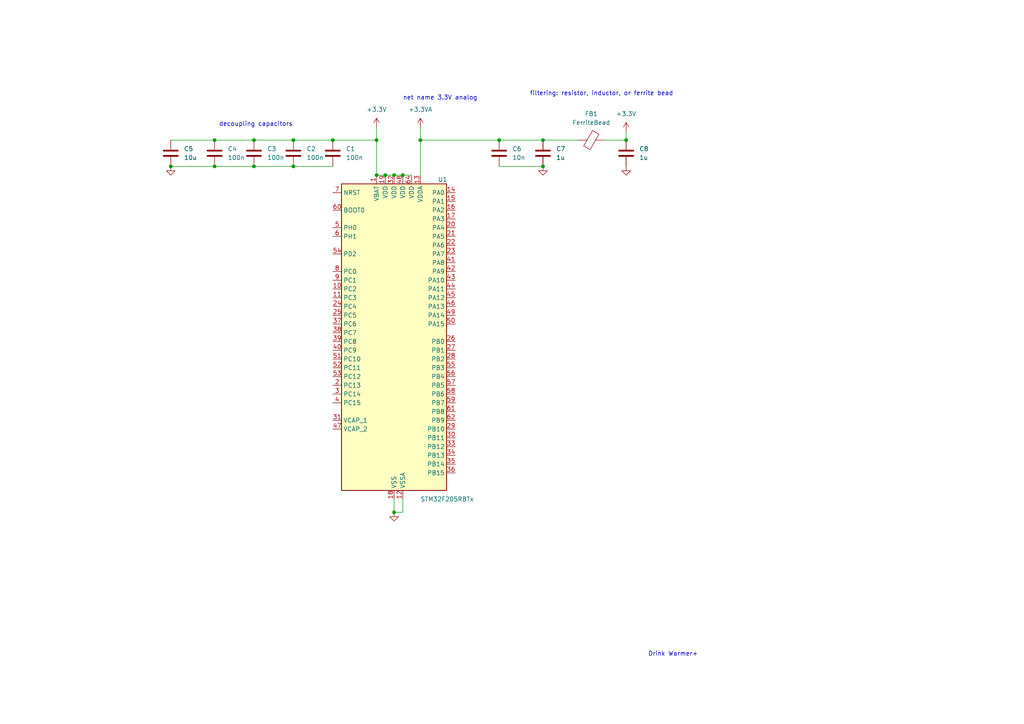
<source format=kicad_sch>
(kicad_sch (version 20230121) (generator eeschema)

  (uuid 2551367a-9b18-476a-8416-5b0fd930d26c)

  (paper "A4")

  (lib_symbols
    (symbol "Device:C" (pin_numbers hide) (pin_names (offset 0.254)) (in_bom yes) (on_board yes)
      (property "Reference" "C" (at 0.635 2.54 0)
        (effects (font (size 1.27 1.27)) (justify left))
      )
      (property "Value" "C" (at 0.635 -2.54 0)
        (effects (font (size 1.27 1.27)) (justify left))
      )
      (property "Footprint" "" (at 0.9652 -3.81 0)
        (effects (font (size 1.27 1.27)) hide)
      )
      (property "Datasheet" "~" (at 0 0 0)
        (effects (font (size 1.27 1.27)) hide)
      )
      (property "ki_keywords" "cap capacitor" (at 0 0 0)
        (effects (font (size 1.27 1.27)) hide)
      )
      (property "ki_description" "Unpolarized capacitor" (at 0 0 0)
        (effects (font (size 1.27 1.27)) hide)
      )
      (property "ki_fp_filters" "C_*" (at 0 0 0)
        (effects (font (size 1.27 1.27)) hide)
      )
      (symbol "C_0_1"
        (polyline
          (pts
            (xy -2.032 -0.762)
            (xy 2.032 -0.762)
          )
          (stroke (width 0.508) (type default))
          (fill (type none))
        )
        (polyline
          (pts
            (xy -2.032 0.762)
            (xy 2.032 0.762)
          )
          (stroke (width 0.508) (type default))
          (fill (type none))
        )
      )
      (symbol "C_1_1"
        (pin passive line (at 0 3.81 270) (length 2.794)
          (name "~" (effects (font (size 1.27 1.27))))
          (number "1" (effects (font (size 1.27 1.27))))
        )
        (pin passive line (at 0 -3.81 90) (length 2.794)
          (name "~" (effects (font (size 1.27 1.27))))
          (number "2" (effects (font (size 1.27 1.27))))
        )
      )
    )
    (symbol "Device:FerriteBead" (pin_numbers hide) (pin_names (offset 0)) (in_bom yes) (on_board yes)
      (property "Reference" "FB" (at -3.81 0.635 90)
        (effects (font (size 1.27 1.27)))
      )
      (property "Value" "FerriteBead" (at 3.81 0 90)
        (effects (font (size 1.27 1.27)))
      )
      (property "Footprint" "" (at -1.778 0 90)
        (effects (font (size 1.27 1.27)) hide)
      )
      (property "Datasheet" "~" (at 0 0 0)
        (effects (font (size 1.27 1.27)) hide)
      )
      (property "ki_keywords" "L ferrite bead inductor filter" (at 0 0 0)
        (effects (font (size 1.27 1.27)) hide)
      )
      (property "ki_description" "Ferrite bead" (at 0 0 0)
        (effects (font (size 1.27 1.27)) hide)
      )
      (property "ki_fp_filters" "Inductor_* L_* *Ferrite*" (at 0 0 0)
        (effects (font (size 1.27 1.27)) hide)
      )
      (symbol "FerriteBead_0_1"
        (polyline
          (pts
            (xy 0 -1.27)
            (xy 0 -1.2192)
          )
          (stroke (width 0) (type default))
          (fill (type none))
        )
        (polyline
          (pts
            (xy 0 1.27)
            (xy 0 1.2954)
          )
          (stroke (width 0) (type default))
          (fill (type none))
        )
        (polyline
          (pts
            (xy -2.7686 0.4064)
            (xy -1.7018 2.2606)
            (xy 2.7686 -0.3048)
            (xy 1.6764 -2.159)
            (xy -2.7686 0.4064)
          )
          (stroke (width 0) (type default))
          (fill (type none))
        )
      )
      (symbol "FerriteBead_1_1"
        (pin passive line (at 0 3.81 270) (length 2.54)
          (name "~" (effects (font (size 1.27 1.27))))
          (number "1" (effects (font (size 1.27 1.27))))
        )
        (pin passive line (at 0 -3.81 90) (length 2.54)
          (name "~" (effects (font (size 1.27 1.27))))
          (number "2" (effects (font (size 1.27 1.27))))
        )
      )
    )
    (symbol "MCU_ST_STM32F2:STM32F205RBTx" (in_bom yes) (on_board yes)
      (property "Reference" "U" (at -15.24 46.99 0)
        (effects (font (size 1.27 1.27)) (justify left))
      )
      (property "Value" "STM32F205RBTx" (at 10.16 46.99 0)
        (effects (font (size 1.27 1.27)) (justify left))
      )
      (property "Footprint" "Package_QFP:LQFP-64_10x10mm_P0.5mm" (at -15.24 -43.18 0)
        (effects (font (size 1.27 1.27)) (justify right) hide)
      )
      (property "Datasheet" "https://www.st.com/resource/en/datasheet/stm32f205rb.pdf" (at 0 0 0)
        (effects (font (size 1.27 1.27)) hide)
      )
      (property "ki_locked" "" (at 0 0 0)
        (effects (font (size 1.27 1.27)))
      )
      (property "ki_keywords" "Arm Cortex-M3 STM32F2 STM32F2x5" (at 0 0 0)
        (effects (font (size 1.27 1.27)) hide)
      )
      (property "ki_description" "STMicroelectronics Arm Cortex-M3 MCU, 128KB flash, 64KB RAM, 120 MHz, 1.8-3.6V, 51 GPIO, LQFP64" (at 0 0 0)
        (effects (font (size 1.27 1.27)) hide)
      )
      (property "ki_fp_filters" "LQFP*10x10mm*P0.5mm*" (at 0 0 0)
        (effects (font (size 1.27 1.27)) hide)
      )
      (symbol "STM32F205RBTx_0_1"
        (rectangle (start -15.24 -43.18) (end 15.24 45.72)
          (stroke (width 0.254) (type default))
          (fill (type background))
        )
      )
      (symbol "STM32F205RBTx_1_1"
        (pin power_in line (at -5.08 48.26 270) (length 2.54)
          (name "VBAT" (effects (font (size 1.27 1.27))))
          (number "1" (effects (font (size 1.27 1.27))))
        )
        (pin bidirectional line (at -17.78 15.24 0) (length 2.54)
          (name "PC2" (effects (font (size 1.27 1.27))))
          (number "10" (effects (font (size 1.27 1.27))))
          (alternate "ADC1_IN12" bidirectional line)
          (alternate "ADC2_IN12" bidirectional line)
          (alternate "ADC3_IN12" bidirectional line)
          (alternate "SPI2_MISO" bidirectional line)
          (alternate "USB_OTG_HS_ULPI_DIR" bidirectional line)
        )
        (pin bidirectional line (at -17.78 12.7 0) (length 2.54)
          (name "PC3" (effects (font (size 1.27 1.27))))
          (number "11" (effects (font (size 1.27 1.27))))
          (alternate "ADC1_IN13" bidirectional line)
          (alternate "ADC2_IN13" bidirectional line)
          (alternate "ADC3_IN13" bidirectional line)
          (alternate "I2S2_SD" bidirectional line)
          (alternate "SPI2_MOSI" bidirectional line)
          (alternate "USB_OTG_HS_ULPI_NXT" bidirectional line)
        )
        (pin power_in line (at 2.54 -45.72 90) (length 2.54)
          (name "VSSA" (effects (font (size 1.27 1.27))))
          (number "12" (effects (font (size 1.27 1.27))))
        )
        (pin power_in line (at 7.62 48.26 270) (length 2.54)
          (name "VDDA" (effects (font (size 1.27 1.27))))
          (number "13" (effects (font (size 1.27 1.27))))
        )
        (pin bidirectional line (at 17.78 43.18 180) (length 2.54)
          (name "PA0" (effects (font (size 1.27 1.27))))
          (number "14" (effects (font (size 1.27 1.27))))
          (alternate "ADC1_IN0" bidirectional line)
          (alternate "ADC2_IN0" bidirectional line)
          (alternate "ADC3_IN0" bidirectional line)
          (alternate "SYS_WKUP" bidirectional line)
          (alternate "TIM2_CH1" bidirectional line)
          (alternate "TIM2_ETR" bidirectional line)
          (alternate "TIM5_CH1" bidirectional line)
          (alternate "TIM8_ETR" bidirectional line)
          (alternate "UART4_TX" bidirectional line)
          (alternate "USART2_CTS" bidirectional line)
        )
        (pin bidirectional line (at 17.78 40.64 180) (length 2.54)
          (name "PA1" (effects (font (size 1.27 1.27))))
          (number "15" (effects (font (size 1.27 1.27))))
          (alternate "ADC1_IN1" bidirectional line)
          (alternate "ADC2_IN1" bidirectional line)
          (alternate "ADC3_IN1" bidirectional line)
          (alternate "TIM2_CH2" bidirectional line)
          (alternate "TIM5_CH2" bidirectional line)
          (alternate "UART4_RX" bidirectional line)
          (alternate "USART2_RTS" bidirectional line)
        )
        (pin bidirectional line (at 17.78 38.1 180) (length 2.54)
          (name "PA2" (effects (font (size 1.27 1.27))))
          (number "16" (effects (font (size 1.27 1.27))))
          (alternate "ADC1_IN2" bidirectional line)
          (alternate "ADC2_IN2" bidirectional line)
          (alternate "ADC3_IN2" bidirectional line)
          (alternate "TIM2_CH3" bidirectional line)
          (alternate "TIM5_CH3" bidirectional line)
          (alternate "TIM9_CH1" bidirectional line)
          (alternate "USART2_TX" bidirectional line)
        )
        (pin bidirectional line (at 17.78 35.56 180) (length 2.54)
          (name "PA3" (effects (font (size 1.27 1.27))))
          (number "17" (effects (font (size 1.27 1.27))))
          (alternate "ADC1_IN3" bidirectional line)
          (alternate "ADC2_IN3" bidirectional line)
          (alternate "ADC3_IN3" bidirectional line)
          (alternate "TIM2_CH4" bidirectional line)
          (alternate "TIM5_CH4" bidirectional line)
          (alternate "TIM9_CH2" bidirectional line)
          (alternate "USART2_RX" bidirectional line)
          (alternate "USB_OTG_HS_ULPI_D0" bidirectional line)
        )
        (pin power_in line (at 0 -45.72 90) (length 2.54)
          (name "VSS" (effects (font (size 1.27 1.27))))
          (number "18" (effects (font (size 1.27 1.27))))
        )
        (pin power_in line (at -2.54 48.26 270) (length 2.54)
          (name "VDD" (effects (font (size 1.27 1.27))))
          (number "19" (effects (font (size 1.27 1.27))))
        )
        (pin bidirectional line (at -17.78 -12.7 0) (length 2.54)
          (name "PC13" (effects (font (size 1.27 1.27))))
          (number "2" (effects (font (size 1.27 1.27))))
          (alternate "RTC_AF1" bidirectional line)
        )
        (pin bidirectional line (at 17.78 33.02 180) (length 2.54)
          (name "PA4" (effects (font (size 1.27 1.27))))
          (number "20" (effects (font (size 1.27 1.27))))
          (alternate "ADC1_IN4" bidirectional line)
          (alternate "ADC2_IN4" bidirectional line)
          (alternate "DAC_OUT1" bidirectional line)
          (alternate "I2S3_WS" bidirectional line)
          (alternate "SPI1_NSS" bidirectional line)
          (alternate "SPI3_NSS" bidirectional line)
          (alternate "USART2_CK" bidirectional line)
          (alternate "USB_OTG_HS_SOF" bidirectional line)
        )
        (pin bidirectional line (at 17.78 30.48 180) (length 2.54)
          (name "PA5" (effects (font (size 1.27 1.27))))
          (number "21" (effects (font (size 1.27 1.27))))
          (alternate "ADC1_IN5" bidirectional line)
          (alternate "ADC2_IN5" bidirectional line)
          (alternate "DAC_OUT2" bidirectional line)
          (alternate "SPI1_SCK" bidirectional line)
          (alternate "TIM2_CH1" bidirectional line)
          (alternate "TIM2_ETR" bidirectional line)
          (alternate "TIM8_CH1N" bidirectional line)
          (alternate "USB_OTG_HS_ULPI_CK" bidirectional line)
        )
        (pin bidirectional line (at 17.78 27.94 180) (length 2.54)
          (name "PA6" (effects (font (size 1.27 1.27))))
          (number "22" (effects (font (size 1.27 1.27))))
          (alternate "ADC1_IN6" bidirectional line)
          (alternate "ADC2_IN6" bidirectional line)
          (alternate "SPI1_MISO" bidirectional line)
          (alternate "TIM13_CH1" bidirectional line)
          (alternate "TIM1_BKIN" bidirectional line)
          (alternate "TIM3_CH1" bidirectional line)
          (alternate "TIM8_BKIN" bidirectional line)
        )
        (pin bidirectional line (at 17.78 25.4 180) (length 2.54)
          (name "PA7" (effects (font (size 1.27 1.27))))
          (number "23" (effects (font (size 1.27 1.27))))
          (alternate "ADC1_IN7" bidirectional line)
          (alternate "ADC2_IN7" bidirectional line)
          (alternate "SPI1_MOSI" bidirectional line)
          (alternate "TIM14_CH1" bidirectional line)
          (alternate "TIM1_CH1N" bidirectional line)
          (alternate "TIM3_CH2" bidirectional line)
          (alternate "TIM8_CH1N" bidirectional line)
        )
        (pin bidirectional line (at -17.78 10.16 0) (length 2.54)
          (name "PC4" (effects (font (size 1.27 1.27))))
          (number "24" (effects (font (size 1.27 1.27))))
          (alternate "ADC1_IN14" bidirectional line)
          (alternate "ADC2_IN14" bidirectional line)
        )
        (pin bidirectional line (at -17.78 7.62 0) (length 2.54)
          (name "PC5" (effects (font (size 1.27 1.27))))
          (number "25" (effects (font (size 1.27 1.27))))
          (alternate "ADC1_IN15" bidirectional line)
          (alternate "ADC2_IN15" bidirectional line)
        )
        (pin bidirectional line (at 17.78 0 180) (length 2.54)
          (name "PB0" (effects (font (size 1.27 1.27))))
          (number "26" (effects (font (size 1.27 1.27))))
          (alternate "ADC1_IN8" bidirectional line)
          (alternate "ADC2_IN8" bidirectional line)
          (alternate "TIM1_CH2N" bidirectional line)
          (alternate "TIM3_CH3" bidirectional line)
          (alternate "TIM8_CH2N" bidirectional line)
          (alternate "USB_OTG_HS_ULPI_D1" bidirectional line)
        )
        (pin bidirectional line (at 17.78 -2.54 180) (length 2.54)
          (name "PB1" (effects (font (size 1.27 1.27))))
          (number "27" (effects (font (size 1.27 1.27))))
          (alternate "ADC1_IN9" bidirectional line)
          (alternate "ADC2_IN9" bidirectional line)
          (alternate "TIM1_CH3N" bidirectional line)
          (alternate "TIM3_CH4" bidirectional line)
          (alternate "TIM8_CH3N" bidirectional line)
          (alternate "USB_OTG_HS_ULPI_D2" bidirectional line)
        )
        (pin bidirectional line (at 17.78 -5.08 180) (length 2.54)
          (name "PB2" (effects (font (size 1.27 1.27))))
          (number "28" (effects (font (size 1.27 1.27))))
        )
        (pin bidirectional line (at 17.78 -25.4 180) (length 2.54)
          (name "PB10" (effects (font (size 1.27 1.27))))
          (number "29" (effects (font (size 1.27 1.27))))
          (alternate "I2C2_SCL" bidirectional line)
          (alternate "I2S2_SCK" bidirectional line)
          (alternate "SPI2_SCK" bidirectional line)
          (alternate "TIM2_CH3" bidirectional line)
          (alternate "USART3_TX" bidirectional line)
          (alternate "USB_OTG_HS_ULPI_D3" bidirectional line)
        )
        (pin bidirectional line (at -17.78 -15.24 0) (length 2.54)
          (name "PC14" (effects (font (size 1.27 1.27))))
          (number "3" (effects (font (size 1.27 1.27))))
          (alternate "RCC_OSC32_IN" bidirectional line)
        )
        (pin bidirectional line (at 17.78 -27.94 180) (length 2.54)
          (name "PB11" (effects (font (size 1.27 1.27))))
          (number "30" (effects (font (size 1.27 1.27))))
          (alternate "ADC1_EXTI11" bidirectional line)
          (alternate "ADC2_EXTI11" bidirectional line)
          (alternate "ADC3_EXTI11" bidirectional line)
          (alternate "I2C2_SDA" bidirectional line)
          (alternate "TIM2_CH4" bidirectional line)
          (alternate "USART3_RX" bidirectional line)
          (alternate "USB_OTG_HS_ULPI_D4" bidirectional line)
        )
        (pin power_out line (at -17.78 -22.86 0) (length 2.54)
          (name "VCAP_1" (effects (font (size 1.27 1.27))))
          (number "31" (effects (font (size 1.27 1.27))))
        )
        (pin power_in line (at 0 48.26 270) (length 2.54)
          (name "VDD" (effects (font (size 1.27 1.27))))
          (number "32" (effects (font (size 1.27 1.27))))
        )
        (pin bidirectional line (at 17.78 -30.48 180) (length 2.54)
          (name "PB12" (effects (font (size 1.27 1.27))))
          (number "33" (effects (font (size 1.27 1.27))))
          (alternate "CAN2_RX" bidirectional line)
          (alternate "I2C2_SMBA" bidirectional line)
          (alternate "I2S2_WS" bidirectional line)
          (alternate "SPI2_NSS" bidirectional line)
          (alternate "TIM1_BKIN" bidirectional line)
          (alternate "USART3_CK" bidirectional line)
          (alternate "USB_OTG_HS_ID" bidirectional line)
          (alternate "USB_OTG_HS_ULPI_D5" bidirectional line)
        )
        (pin bidirectional line (at 17.78 -33.02 180) (length 2.54)
          (name "PB13" (effects (font (size 1.27 1.27))))
          (number "34" (effects (font (size 1.27 1.27))))
          (alternate "CAN2_TX" bidirectional line)
          (alternate "I2S2_SCK" bidirectional line)
          (alternate "SPI2_SCK" bidirectional line)
          (alternate "TIM1_CH1N" bidirectional line)
          (alternate "USART3_CTS" bidirectional line)
          (alternate "USB_OTG_HS_ULPI_D6" bidirectional line)
          (alternate "USB_OTG_HS_VBUS" bidirectional line)
        )
        (pin bidirectional line (at 17.78 -35.56 180) (length 2.54)
          (name "PB14" (effects (font (size 1.27 1.27))))
          (number "35" (effects (font (size 1.27 1.27))))
          (alternate "SPI2_MISO" bidirectional line)
          (alternate "TIM12_CH1" bidirectional line)
          (alternate "TIM1_CH2N" bidirectional line)
          (alternate "TIM8_CH2N" bidirectional line)
          (alternate "USART3_RTS" bidirectional line)
          (alternate "USB_OTG_HS_DM" bidirectional line)
        )
        (pin bidirectional line (at 17.78 -38.1 180) (length 2.54)
          (name "PB15" (effects (font (size 1.27 1.27))))
          (number "36" (effects (font (size 1.27 1.27))))
          (alternate "ADC1_EXTI15" bidirectional line)
          (alternate "ADC2_EXTI15" bidirectional line)
          (alternate "ADC3_EXTI15" bidirectional line)
          (alternate "I2S2_SD" bidirectional line)
          (alternate "RTC_REFIN" bidirectional line)
          (alternate "SPI2_MOSI" bidirectional line)
          (alternate "TIM12_CH2" bidirectional line)
          (alternate "TIM1_CH3N" bidirectional line)
          (alternate "TIM8_CH3N" bidirectional line)
          (alternate "USB_OTG_HS_DP" bidirectional line)
        )
        (pin bidirectional line (at -17.78 5.08 0) (length 2.54)
          (name "PC6" (effects (font (size 1.27 1.27))))
          (number "37" (effects (font (size 1.27 1.27))))
          (alternate "I2S2_MCK" bidirectional line)
          (alternate "SDIO_D6" bidirectional line)
          (alternate "TIM3_CH1" bidirectional line)
          (alternate "TIM8_CH1" bidirectional line)
          (alternate "USART6_TX" bidirectional line)
        )
        (pin bidirectional line (at -17.78 2.54 0) (length 2.54)
          (name "PC7" (effects (font (size 1.27 1.27))))
          (number "38" (effects (font (size 1.27 1.27))))
          (alternate "I2S3_MCK" bidirectional line)
          (alternate "SDIO_D7" bidirectional line)
          (alternate "TIM3_CH2" bidirectional line)
          (alternate "TIM8_CH2" bidirectional line)
          (alternate "USART6_RX" bidirectional line)
        )
        (pin bidirectional line (at -17.78 0 0) (length 2.54)
          (name "PC8" (effects (font (size 1.27 1.27))))
          (number "39" (effects (font (size 1.27 1.27))))
          (alternate "SDIO_D0" bidirectional line)
          (alternate "TIM3_CH3" bidirectional line)
          (alternate "TIM8_CH3" bidirectional line)
          (alternate "USART6_CK" bidirectional line)
        )
        (pin bidirectional line (at -17.78 -17.78 0) (length 2.54)
          (name "PC15" (effects (font (size 1.27 1.27))))
          (number "4" (effects (font (size 1.27 1.27))))
          (alternate "ADC1_EXTI15" bidirectional line)
          (alternate "ADC2_EXTI15" bidirectional line)
          (alternate "ADC3_EXTI15" bidirectional line)
          (alternate "RCC_OSC32_OUT" bidirectional line)
        )
        (pin bidirectional line (at -17.78 -2.54 0) (length 2.54)
          (name "PC9" (effects (font (size 1.27 1.27))))
          (number "40" (effects (font (size 1.27 1.27))))
          (alternate "DAC_EXTI9" bidirectional line)
          (alternate "I2C3_SDA" bidirectional line)
          (alternate "I2S_CKIN" bidirectional line)
          (alternate "RCC_MCO_2" bidirectional line)
          (alternate "SDIO_D1" bidirectional line)
          (alternate "TIM3_CH4" bidirectional line)
          (alternate "TIM8_CH4" bidirectional line)
        )
        (pin bidirectional line (at 17.78 22.86 180) (length 2.54)
          (name "PA8" (effects (font (size 1.27 1.27))))
          (number "41" (effects (font (size 1.27 1.27))))
          (alternate "I2C3_SCL" bidirectional line)
          (alternate "RCC_MCO_1" bidirectional line)
          (alternate "TIM1_CH1" bidirectional line)
          (alternate "USART1_CK" bidirectional line)
          (alternate "USB_OTG_FS_SOF" bidirectional line)
        )
        (pin bidirectional line (at 17.78 20.32 180) (length 2.54)
          (name "PA9" (effects (font (size 1.27 1.27))))
          (number "42" (effects (font (size 1.27 1.27))))
          (alternate "DAC_EXTI9" bidirectional line)
          (alternate "I2C3_SMBA" bidirectional line)
          (alternate "TIM1_CH2" bidirectional line)
          (alternate "USART1_TX" bidirectional line)
          (alternate "USB_OTG_FS_VBUS" bidirectional line)
        )
        (pin bidirectional line (at 17.78 17.78 180) (length 2.54)
          (name "PA10" (effects (font (size 1.27 1.27))))
          (number "43" (effects (font (size 1.27 1.27))))
          (alternate "TIM1_CH3" bidirectional line)
          (alternate "USART1_RX" bidirectional line)
          (alternate "USB_OTG_FS_ID" bidirectional line)
        )
        (pin bidirectional line (at 17.78 15.24 180) (length 2.54)
          (name "PA11" (effects (font (size 1.27 1.27))))
          (number "44" (effects (font (size 1.27 1.27))))
          (alternate "ADC1_EXTI11" bidirectional line)
          (alternate "ADC2_EXTI11" bidirectional line)
          (alternate "ADC3_EXTI11" bidirectional line)
          (alternate "CAN1_RX" bidirectional line)
          (alternate "TIM1_CH4" bidirectional line)
          (alternate "USART1_CTS" bidirectional line)
          (alternate "USB_OTG_FS_DM" bidirectional line)
        )
        (pin bidirectional line (at 17.78 12.7 180) (length 2.54)
          (name "PA12" (effects (font (size 1.27 1.27))))
          (number "45" (effects (font (size 1.27 1.27))))
          (alternate "CAN1_TX" bidirectional line)
          (alternate "TIM1_ETR" bidirectional line)
          (alternate "USART1_RTS" bidirectional line)
          (alternate "USB_OTG_FS_DP" bidirectional line)
        )
        (pin bidirectional line (at 17.78 10.16 180) (length 2.54)
          (name "PA13" (effects (font (size 1.27 1.27))))
          (number "46" (effects (font (size 1.27 1.27))))
          (alternate "SYS_JTMS-SWDIO" bidirectional line)
        )
        (pin power_out line (at -17.78 -25.4 0) (length 2.54)
          (name "VCAP_2" (effects (font (size 1.27 1.27))))
          (number "47" (effects (font (size 1.27 1.27))))
        )
        (pin power_in line (at 2.54 48.26 270) (length 2.54)
          (name "VDD" (effects (font (size 1.27 1.27))))
          (number "48" (effects (font (size 1.27 1.27))))
        )
        (pin bidirectional line (at 17.78 7.62 180) (length 2.54)
          (name "PA14" (effects (font (size 1.27 1.27))))
          (number "49" (effects (font (size 1.27 1.27))))
          (alternate "SYS_JTCK-SWCLK" bidirectional line)
        )
        (pin bidirectional line (at -17.78 33.02 0) (length 2.54)
          (name "PH0" (effects (font (size 1.27 1.27))))
          (number "5" (effects (font (size 1.27 1.27))))
          (alternate "RCC_OSC_IN" bidirectional line)
        )
        (pin bidirectional line (at 17.78 5.08 180) (length 2.54)
          (name "PA15" (effects (font (size 1.27 1.27))))
          (number "50" (effects (font (size 1.27 1.27))))
          (alternate "ADC1_EXTI15" bidirectional line)
          (alternate "ADC2_EXTI15" bidirectional line)
          (alternate "ADC3_EXTI15" bidirectional line)
          (alternate "I2S3_WS" bidirectional line)
          (alternate "SPI1_NSS" bidirectional line)
          (alternate "SPI3_NSS" bidirectional line)
          (alternate "SYS_JTDI" bidirectional line)
          (alternate "TIM2_CH1" bidirectional line)
          (alternate "TIM2_ETR" bidirectional line)
        )
        (pin bidirectional line (at -17.78 -5.08 0) (length 2.54)
          (name "PC10" (effects (font (size 1.27 1.27))))
          (number "51" (effects (font (size 1.27 1.27))))
          (alternate "I2S3_SCK" bidirectional line)
          (alternate "SDIO_D2" bidirectional line)
          (alternate "SPI3_SCK" bidirectional line)
          (alternate "UART4_TX" bidirectional line)
          (alternate "USART3_TX" bidirectional line)
        )
        (pin bidirectional line (at -17.78 -7.62 0) (length 2.54)
          (name "PC11" (effects (font (size 1.27 1.27))))
          (number "52" (effects (font (size 1.27 1.27))))
          (alternate "ADC1_EXTI11" bidirectional line)
          (alternate "ADC2_EXTI11" bidirectional line)
          (alternate "ADC3_EXTI11" bidirectional line)
          (alternate "SDIO_D3" bidirectional line)
          (alternate "SPI3_MISO" bidirectional line)
          (alternate "UART4_RX" bidirectional line)
          (alternate "USART3_RX" bidirectional line)
        )
        (pin bidirectional line (at -17.78 -10.16 0) (length 2.54)
          (name "PC12" (effects (font (size 1.27 1.27))))
          (number "53" (effects (font (size 1.27 1.27))))
          (alternate "I2S3_SD" bidirectional line)
          (alternate "SDIO_CK" bidirectional line)
          (alternate "SPI3_MOSI" bidirectional line)
          (alternate "UART5_TX" bidirectional line)
          (alternate "USART3_CK" bidirectional line)
        )
        (pin bidirectional line (at -17.78 25.4 0) (length 2.54)
          (name "PD2" (effects (font (size 1.27 1.27))))
          (number "54" (effects (font (size 1.27 1.27))))
          (alternate "SDIO_CMD" bidirectional line)
          (alternate "TIM3_ETR" bidirectional line)
          (alternate "UART5_RX" bidirectional line)
        )
        (pin bidirectional line (at 17.78 -7.62 180) (length 2.54)
          (name "PB3" (effects (font (size 1.27 1.27))))
          (number "55" (effects (font (size 1.27 1.27))))
          (alternate "I2S3_SCK" bidirectional line)
          (alternate "SPI1_SCK" bidirectional line)
          (alternate "SPI3_SCK" bidirectional line)
          (alternate "SYS_JTDO-SWO" bidirectional line)
          (alternate "TIM2_CH2" bidirectional line)
        )
        (pin bidirectional line (at 17.78 -10.16 180) (length 2.54)
          (name "PB4" (effects (font (size 1.27 1.27))))
          (number "56" (effects (font (size 1.27 1.27))))
          (alternate "SPI1_MISO" bidirectional line)
          (alternate "SPI3_MISO" bidirectional line)
          (alternate "SYS_JTRST" bidirectional line)
          (alternate "TIM3_CH1" bidirectional line)
        )
        (pin bidirectional line (at 17.78 -12.7 180) (length 2.54)
          (name "PB5" (effects (font (size 1.27 1.27))))
          (number "57" (effects (font (size 1.27 1.27))))
          (alternate "CAN2_RX" bidirectional line)
          (alternate "I2C1_SMBA" bidirectional line)
          (alternate "I2S3_SD" bidirectional line)
          (alternate "SPI1_MOSI" bidirectional line)
          (alternate "SPI3_MOSI" bidirectional line)
          (alternate "TIM3_CH2" bidirectional line)
          (alternate "USB_OTG_HS_ULPI_D7" bidirectional line)
        )
        (pin bidirectional line (at 17.78 -15.24 180) (length 2.54)
          (name "PB6" (effects (font (size 1.27 1.27))))
          (number "58" (effects (font (size 1.27 1.27))))
          (alternate "CAN2_TX" bidirectional line)
          (alternate "I2C1_SCL" bidirectional line)
          (alternate "TIM4_CH1" bidirectional line)
          (alternate "USART1_TX" bidirectional line)
        )
        (pin bidirectional line (at 17.78 -17.78 180) (length 2.54)
          (name "PB7" (effects (font (size 1.27 1.27))))
          (number "59" (effects (font (size 1.27 1.27))))
          (alternate "I2C1_SDA" bidirectional line)
          (alternate "TIM4_CH2" bidirectional line)
          (alternate "USART1_RX" bidirectional line)
        )
        (pin bidirectional line (at -17.78 30.48 0) (length 2.54)
          (name "PH1" (effects (font (size 1.27 1.27))))
          (number "6" (effects (font (size 1.27 1.27))))
          (alternate "RCC_OSC_OUT" bidirectional line)
        )
        (pin input line (at -17.78 38.1 0) (length 2.54)
          (name "BOOT0" (effects (font (size 1.27 1.27))))
          (number "60" (effects (font (size 1.27 1.27))))
        )
        (pin bidirectional line (at 17.78 -20.32 180) (length 2.54)
          (name "PB8" (effects (font (size 1.27 1.27))))
          (number "61" (effects (font (size 1.27 1.27))))
          (alternate "CAN1_RX" bidirectional line)
          (alternate "I2C1_SCL" bidirectional line)
          (alternate "SDIO_D4" bidirectional line)
          (alternate "TIM10_CH1" bidirectional line)
          (alternate "TIM4_CH3" bidirectional line)
        )
        (pin bidirectional line (at 17.78 -22.86 180) (length 2.54)
          (name "PB9" (effects (font (size 1.27 1.27))))
          (number "62" (effects (font (size 1.27 1.27))))
          (alternate "CAN1_TX" bidirectional line)
          (alternate "DAC_EXTI9" bidirectional line)
          (alternate "I2C1_SDA" bidirectional line)
          (alternate "I2S2_WS" bidirectional line)
          (alternate "SDIO_D5" bidirectional line)
          (alternate "SPI2_NSS" bidirectional line)
          (alternate "TIM11_CH1" bidirectional line)
          (alternate "TIM4_CH4" bidirectional line)
        )
        (pin passive line (at 0 -45.72 90) (length 2.54) hide
          (name "VSS" (effects (font (size 1.27 1.27))))
          (number "63" (effects (font (size 1.27 1.27))))
        )
        (pin power_in line (at 5.08 48.26 270) (length 2.54)
          (name "VDD" (effects (font (size 1.27 1.27))))
          (number "64" (effects (font (size 1.27 1.27))))
        )
        (pin input line (at -17.78 43.18 0) (length 2.54)
          (name "NRST" (effects (font (size 1.27 1.27))))
          (number "7" (effects (font (size 1.27 1.27))))
        )
        (pin bidirectional line (at -17.78 20.32 0) (length 2.54)
          (name "PC0" (effects (font (size 1.27 1.27))))
          (number "8" (effects (font (size 1.27 1.27))))
          (alternate "ADC1_IN10" bidirectional line)
          (alternate "ADC2_IN10" bidirectional line)
          (alternate "ADC3_IN10" bidirectional line)
          (alternate "USB_OTG_HS_ULPI_STP" bidirectional line)
        )
        (pin bidirectional line (at -17.78 17.78 0) (length 2.54)
          (name "PC1" (effects (font (size 1.27 1.27))))
          (number "9" (effects (font (size 1.27 1.27))))
          (alternate "ADC1_IN11" bidirectional line)
          (alternate "ADC2_IN11" bidirectional line)
          (alternate "ADC3_IN11" bidirectional line)
        )
      )
    )
    (symbol "power:+3.3V" (power) (pin_names (offset 0)) (in_bom yes) (on_board yes)
      (property "Reference" "#PWR" (at 0 -3.81 0)
        (effects (font (size 1.27 1.27)) hide)
      )
      (property "Value" "+3.3V" (at 0 3.556 0)
        (effects (font (size 1.27 1.27)))
      )
      (property "Footprint" "" (at 0 0 0)
        (effects (font (size 1.27 1.27)) hide)
      )
      (property "Datasheet" "" (at 0 0 0)
        (effects (font (size 1.27 1.27)) hide)
      )
      (property "ki_keywords" "global power" (at 0 0 0)
        (effects (font (size 1.27 1.27)) hide)
      )
      (property "ki_description" "Power symbol creates a global label with name \"+3.3V\"" (at 0 0 0)
        (effects (font (size 1.27 1.27)) hide)
      )
      (symbol "+3.3V_0_1"
        (polyline
          (pts
            (xy -0.762 1.27)
            (xy 0 2.54)
          )
          (stroke (width 0) (type default))
          (fill (type none))
        )
        (polyline
          (pts
            (xy 0 0)
            (xy 0 2.54)
          )
          (stroke (width 0) (type default))
          (fill (type none))
        )
        (polyline
          (pts
            (xy 0 2.54)
            (xy 0.762 1.27)
          )
          (stroke (width 0) (type default))
          (fill (type none))
        )
      )
      (symbol "+3.3V_1_1"
        (pin power_in line (at 0 0 90) (length 0) hide
          (name "+3.3V" (effects (font (size 1.27 1.27))))
          (number "1" (effects (font (size 1.27 1.27))))
        )
      )
    )
    (symbol "power:+3.3VA" (power) (pin_names (offset 0)) (in_bom yes) (on_board yes)
      (property "Reference" "#PWR" (at 0 -3.81 0)
        (effects (font (size 1.27 1.27)) hide)
      )
      (property "Value" "+3.3VA" (at 0 3.556 0)
        (effects (font (size 1.27 1.27)))
      )
      (property "Footprint" "" (at 0 0 0)
        (effects (font (size 1.27 1.27)) hide)
      )
      (property "Datasheet" "" (at 0 0 0)
        (effects (font (size 1.27 1.27)) hide)
      )
      (property "ki_keywords" "global power" (at 0 0 0)
        (effects (font (size 1.27 1.27)) hide)
      )
      (property "ki_description" "Power symbol creates a global label with name \"+3.3VA\"" (at 0 0 0)
        (effects (font (size 1.27 1.27)) hide)
      )
      (symbol "+3.3VA_0_1"
        (polyline
          (pts
            (xy -0.762 1.27)
            (xy 0 2.54)
          )
          (stroke (width 0) (type default))
          (fill (type none))
        )
        (polyline
          (pts
            (xy 0 0)
            (xy 0 2.54)
          )
          (stroke (width 0) (type default))
          (fill (type none))
        )
        (polyline
          (pts
            (xy 0 2.54)
            (xy 0.762 1.27)
          )
          (stroke (width 0) (type default))
          (fill (type none))
        )
      )
      (symbol "+3.3VA_1_1"
        (pin power_in line (at 0 0 90) (length 0) hide
          (name "+3.3VA" (effects (font (size 1.27 1.27))))
          (number "1" (effects (font (size 1.27 1.27))))
        )
      )
    )
    (symbol "power:GND" (power) (pin_names (offset 0)) (in_bom yes) (on_board yes)
      (property "Reference" "#PWR" (at 0 -6.35 0)
        (effects (font (size 1.27 1.27)) hide)
      )
      (property "Value" "GND" (at 0 -3.81 0)
        (effects (font (size 1.27 1.27)))
      )
      (property "Footprint" "" (at 0 0 0)
        (effects (font (size 1.27 1.27)) hide)
      )
      (property "Datasheet" "" (at 0 0 0)
        (effects (font (size 1.27 1.27)) hide)
      )
      (property "ki_keywords" "global power" (at 0 0 0)
        (effects (font (size 1.27 1.27)) hide)
      )
      (property "ki_description" "Power symbol creates a global label with name \"GND\" , ground" (at 0 0 0)
        (effects (font (size 1.27 1.27)) hide)
      )
      (symbol "GND_0_1"
        (polyline
          (pts
            (xy 0 0)
            (xy 0 -1.27)
            (xy 1.27 -1.27)
            (xy 0 -2.54)
            (xy -1.27 -1.27)
            (xy 0 -1.27)
          )
          (stroke (width 0) (type default))
          (fill (type none))
        )
      )
      (symbol "GND_1_1"
        (pin power_in line (at 0 0 270) (length 0) hide
          (name "GND" (effects (font (size 1.27 1.27))))
          (number "1" (effects (font (size 1.27 1.27))))
        )
      )
    )
  )

  (junction (at 111.76 50.8) (diameter 0) (color 0 0 0 0)
    (uuid 0353b702-9d5f-47e6-9796-5a2e0945893b)
  )
  (junction (at 157.48 40.64) (diameter 0) (color 0 0 0 0)
    (uuid 03b07ea9-6a79-4fc3-af69-37d565de1deb)
  )
  (junction (at 121.92 40.64) (diameter 0) (color 0 0 0 0)
    (uuid 459913e4-bf86-43e5-8c0f-ebbbf3ae07a3)
  )
  (junction (at 62.23 40.64) (diameter 0) (color 0 0 0 0)
    (uuid 64e071cf-ed5f-433b-b058-220b1dbc5c77)
  )
  (junction (at 85.09 48.26) (diameter 0) (color 0 0 0 0)
    (uuid 685068fc-1e84-4245-95be-1d974b66fe29)
  )
  (junction (at 109.22 40.64) (diameter 0) (color 0 0 0 0)
    (uuid 6dd4d66b-58dc-48e3-8575-34f1c52a7f11)
  )
  (junction (at 109.22 50.8) (diameter 0) (color 0 0 0 0)
    (uuid 6fafffe1-2375-40b1-b8d6-9fa7b5ded12c)
  )
  (junction (at 73.66 40.64) (diameter 0) (color 0 0 0 0)
    (uuid 76b98d31-7fb4-4df4-8821-014d54a6075e)
  )
  (junction (at 116.84 50.8) (diameter 0) (color 0 0 0 0)
    (uuid 82b547e3-bd18-42e9-8e4c-19e831820deb)
  )
  (junction (at 96.52 40.64) (diameter 0) (color 0 0 0 0)
    (uuid 878ee5c1-36cb-4662-bb46-b5999e918b22)
  )
  (junction (at 114.3 148.59) (diameter 0) (color 0 0 0 0)
    (uuid 87a3ef01-975f-477c-8b72-014683f8cc12)
  )
  (junction (at 144.78 40.64) (diameter 0) (color 0 0 0 0)
    (uuid 9fc68b1a-cb4f-4780-8084-fb82a0099768)
  )
  (junction (at 181.61 40.64) (diameter 0) (color 0 0 0 0)
    (uuid a54dc3b6-c9b8-4275-8d4e-743a4522fad1)
  )
  (junction (at 73.66 48.26) (diameter 0) (color 0 0 0 0)
    (uuid aeb672b5-5a31-409d-8ee9-916c8de4a1de)
  )
  (junction (at 85.09 40.64) (diameter 0) (color 0 0 0 0)
    (uuid b1ed3e9d-4afd-4bbb-a55b-d59d9aea6063)
  )
  (junction (at 62.23 48.26) (diameter 0) (color 0 0 0 0)
    (uuid c2282b52-6279-4c06-bb40-2d8067761fff)
  )
  (junction (at 49.53 48.26) (diameter 0) (color 0 0 0 0)
    (uuid ec4e6373-2bdb-49d7-b588-e4ca61527a88)
  )
  (junction (at 114.3 50.8) (diameter 0) (color 0 0 0 0)
    (uuid f692043d-9faa-4af8-90f3-385d1762bb94)
  )
  (junction (at 157.48 48.26) (diameter 0) (color 0 0 0 0)
    (uuid fb5b2a6c-0224-4d2f-9ba8-78b7d34b9b54)
  )

  (wire (pts (xy 116.84 50.8) (xy 119.38 50.8))
    (stroke (width 0) (type default))
    (uuid 03eae36d-977d-406c-affb-0fe8eafa1d9c)
  )
  (wire (pts (xy 109.22 36.83) (xy 109.22 40.64))
    (stroke (width 0) (type default))
    (uuid 06bafc4b-0f83-4770-a98e-675585a5ab78)
  )
  (wire (pts (xy 121.92 40.64) (xy 144.78 40.64))
    (stroke (width 0) (type default))
    (uuid 06d1ecf8-d3fa-49a9-81c9-8f364cdd4f63)
  )
  (wire (pts (xy 49.53 48.26) (xy 62.23 48.26))
    (stroke (width 0) (type default))
    (uuid 0abe2a96-6cd7-49b9-96c7-ea2accd722f6)
  )
  (wire (pts (xy 109.22 50.8) (xy 111.76 50.8))
    (stroke (width 0) (type default))
    (uuid 0cdc1415-2350-4164-800a-2f3df91ca4f8)
  )
  (wire (pts (xy 111.76 50.8) (xy 114.3 50.8))
    (stroke (width 0) (type default))
    (uuid 102c75d8-3260-432e-bf53-ac9d160e04f3)
  )
  (wire (pts (xy 144.78 40.64) (xy 157.48 40.64))
    (stroke (width 0) (type default))
    (uuid 10d0dac6-2b14-43ee-9ead-f5111800c968)
  )
  (wire (pts (xy 49.53 40.64) (xy 62.23 40.64))
    (stroke (width 0) (type default))
    (uuid 160cf94e-b6c1-41d8-aca5-72c0ba851517)
  )
  (wire (pts (xy 109.22 40.64) (xy 109.22 50.8))
    (stroke (width 0) (type default))
    (uuid 160fb986-8300-4b24-a5e2-c081fd3c5a24)
  )
  (wire (pts (xy 181.61 38.1) (xy 181.61 40.64))
    (stroke (width 0) (type default))
    (uuid 1a77e69b-9797-40c8-9f95-366f6416ed37)
  )
  (wire (pts (xy 114.3 144.78) (xy 114.3 148.59))
    (stroke (width 0) (type default))
    (uuid 233f0df9-82bb-4a4d-8f87-3e13d2b6047b)
  )
  (wire (pts (xy 181.61 40.64) (xy 175.26 40.64))
    (stroke (width 0) (type default))
    (uuid 2e3d7e3d-5879-4faa-aa0a-62b82dc886a1)
  )
  (wire (pts (xy 62.23 48.26) (xy 73.66 48.26))
    (stroke (width 0) (type default))
    (uuid 2ed53b7b-f8ce-47d3-8941-1e7785727d37)
  )
  (wire (pts (xy 114.3 50.8) (xy 116.84 50.8))
    (stroke (width 0) (type default))
    (uuid 3a26fefe-ce46-4cbb-85a6-f1297e991f1a)
  )
  (wire (pts (xy 85.09 48.26) (xy 96.52 48.26))
    (stroke (width 0) (type default))
    (uuid 4492496b-35bb-458b-9a7f-07805a163bd3)
  )
  (wire (pts (xy 114.3 148.59) (xy 116.84 148.59))
    (stroke (width 0) (type default))
    (uuid 66fc7458-9f3c-4f0a-9f1f-dc002bb208bd)
  )
  (wire (pts (xy 73.66 40.64) (xy 85.09 40.64))
    (stroke (width 0) (type default))
    (uuid 78d56af3-40b8-4256-aab6-dbab9593d062)
  )
  (wire (pts (xy 121.92 36.83) (xy 121.92 40.64))
    (stroke (width 0) (type default))
    (uuid 948dddea-15d5-4438-918e-54e9c6f8db22)
  )
  (wire (pts (xy 62.23 40.64) (xy 73.66 40.64))
    (stroke (width 0) (type default))
    (uuid 9acc43ee-83b4-4fef-82be-bd77eafc4060)
  )
  (wire (pts (xy 85.09 40.64) (xy 96.52 40.64))
    (stroke (width 0) (type default))
    (uuid b2c28b39-dfdd-4540-a51a-3e3fd7f5cea2)
  )
  (wire (pts (xy 144.78 48.26) (xy 157.48 48.26))
    (stroke (width 0) (type default))
    (uuid c6f8c1b1-08f9-419e-95e1-1fc1413f3d17)
  )
  (wire (pts (xy 121.92 40.64) (xy 121.92 50.8))
    (stroke (width 0) (type default))
    (uuid d9a09e7d-5a44-4edf-903e-e18afac68a9a)
  )
  (wire (pts (xy 73.66 48.26) (xy 85.09 48.26))
    (stroke (width 0) (type default))
    (uuid ddff1b1e-aa02-4ea6-b277-5f7c53af5ada)
  )
  (wire (pts (xy 157.48 40.64) (xy 167.64 40.64))
    (stroke (width 0) (type default))
    (uuid df6f33a5-f8cc-446c-9294-53945dc85a6f)
  )
  (wire (pts (xy 96.52 40.64) (xy 109.22 40.64))
    (stroke (width 0) (type default))
    (uuid ef81b6ff-ff0c-4452-a2d0-ccf94ca0dc81)
  )
  (wire (pts (xy 116.84 144.78) (xy 116.84 148.59))
    (stroke (width 0) (type default))
    (uuid f5bed291-5e3b-440a-acfa-71ea5a471e5e)
  )

  (text "Drink Warmer+\n" (at 187.96 190.5 0)
    (effects (font (size 1.27 1.27)) (justify left bottom))
    (uuid 8ea406ba-aecd-45ab-b05c-ee93d17f1cc5)
  )
  (text "net name 3.3V analog\n" (at 116.84 29.21 0)
    (effects (font (size 1.27 1.27)) (justify left bottom))
    (uuid 9010304d-eee7-4cdb-929e-a9836e9f7c62)
  )
  (text "filtering: resistor, inductor, or ferrite bead" (at 153.67 27.94 0)
    (effects (font (size 1.27 1.27)) (justify left bottom))
    (uuid b0f1cdf0-56ac-447f-96f3-b49eab452e97)
  )
  (text "decoupling capacitors\n" (at 63.5 36.83 0)
    (effects (font (size 1.27 1.27)) (justify left bottom))
    (uuid bfb0d1cb-0790-4ff7-a933-59887a457058)
  )

  (symbol (lib_id "power:+3.3VA") (at 121.92 36.83 0) (unit 1)
    (in_bom yes) (on_board yes) (dnp no) (fields_autoplaced)
    (uuid 0babf771-0a47-45cc-a6dc-74dbcb3c8d23)
    (property "Reference" "#PWR02" (at 121.92 40.64 0)
      (effects (font (size 1.27 1.27)) hide)
    )
    (property "Value" "+3.3VA" (at 121.92 31.75 0)
      (effects (font (size 1.27 1.27)))
    )
    (property "Footprint" "" (at 121.92 36.83 0)
      (effects (font (size 1.27 1.27)) hide)
    )
    (property "Datasheet" "" (at 121.92 36.83 0)
      (effects (font (size 1.27 1.27)) hide)
    )
    (pin "1" (uuid 02a1114e-3694-4150-ba6e-daef4890ebd0))
    (instances
      (project "PCB design"
        (path "/2551367a-9b18-476a-8416-5b0fd930d26c"
          (reference "#PWR02") (unit 1)
        )
      )
    )
  )

  (symbol (lib_id "Device:C") (at 181.61 44.45 0) (unit 1)
    (in_bom yes) (on_board yes) (dnp no) (fields_autoplaced)
    (uuid 17bb25e7-46c3-424b-bf67-b8b67b464eb3)
    (property "Reference" "C8" (at 185.42 43.18 0)
      (effects (font (size 1.27 1.27)) (justify left))
    )
    (property "Value" "1u" (at 185.42 45.72 0)
      (effects (font (size 1.27 1.27)) (justify left))
    )
    (property "Footprint" "" (at 182.5752 48.26 0)
      (effects (font (size 1.27 1.27)) hide)
    )
    (property "Datasheet" "~" (at 181.61 44.45 0)
      (effects (font (size 1.27 1.27)) hide)
    )
    (pin "1" (uuid e7a9b55e-e80d-48a6-bc37-85df932f7df2))
    (pin "2" (uuid 259a2f93-1246-415d-a8f5-62481cefe469))
    (instances
      (project "PCB design"
        (path "/2551367a-9b18-476a-8416-5b0fd930d26c"
          (reference "C8") (unit 1)
        )
      )
    )
  )

  (symbol (lib_id "power:GND") (at 157.48 48.26 0) (unit 1)
    (in_bom yes) (on_board yes) (dnp no) (fields_autoplaced)
    (uuid 24ad73c0-6e2c-4361-bc9c-1496cd375751)
    (property "Reference" "#PWRee02" (at 157.48 54.61 0)
      (effects (font (size 1.27 1.27)) hide)
    )
    (property "Value" "GND" (at 157.48 53.34 0)
      (effects (font (size 1.27 1.27)) hide)
    )
    (property "Footprint" "" (at 157.48 48.26 0)
      (effects (font (size 1.27 1.27)) hide)
    )
    (property "Datasheet" "" (at 157.48 48.26 0)
      (effects (font (size 1.27 1.27)) hide)
    )
    (pin "1" (uuid c8d20352-8f5b-402a-b1f7-553027bd3ec3))
    (instances
      (project "PCB design"
        (path "/2551367a-9b18-476a-8416-5b0fd930d26c"
          (reference "#PWRee02") (unit 1)
        )
      )
    )
  )

  (symbol (lib_id "power:GND") (at 181.61 48.26 0) (unit 1)
    (in_bom yes) (on_board yes) (dnp no) (fields_autoplaced)
    (uuid 2c63a614-4720-49d5-8004-c86fd56326e4)
    (property "Reference" "#PWRee03" (at 181.61 54.61 0)
      (effects (font (size 1.27 1.27)) hide)
    )
    (property "Value" "GND" (at 181.61 53.34 0)
      (effects (font (size 1.27 1.27)) hide)
    )
    (property "Footprint" "" (at 181.61 48.26 0)
      (effects (font (size 1.27 1.27)) hide)
    )
    (property "Datasheet" "" (at 181.61 48.26 0)
      (effects (font (size 1.27 1.27)) hide)
    )
    (pin "1" (uuid 496722bd-0736-4e67-a825-054c2adb4378))
    (instances
      (project "PCB design"
        (path "/2551367a-9b18-476a-8416-5b0fd930d26c"
          (reference "#PWRee03") (unit 1)
        )
      )
    )
  )

  (symbol (lib_id "power:GND") (at 114.3 148.59 0) (unit 1)
    (in_bom yes) (on_board yes) (dnp no) (fields_autoplaced)
    (uuid 37cdb1a9-0d4a-4e12-8533-8b10eb207e39)
    (property "Reference" "#PWRee" (at 114.3 154.94 0)
      (effects (font (size 1.27 1.27)) hide)
    )
    (property "Value" "GND" (at 114.3 153.67 0)
      (effects (font (size 1.27 1.27)) hide)
    )
    (property "Footprint" "" (at 114.3 148.59 0)
      (effects (font (size 1.27 1.27)) hide)
    )
    (property "Datasheet" "" (at 114.3 148.59 0)
      (effects (font (size 1.27 1.27)) hide)
    )
    (pin "1" (uuid 28a336db-269e-4e61-9f69-a95fdf2095c8))
    (instances
      (project "PCB design"
        (path "/2551367a-9b18-476a-8416-5b0fd930d26c"
          (reference "#PWRee") (unit 1)
        )
      )
    )
  )

  (symbol (lib_id "power:+3.3V") (at 109.22 36.83 0) (unit 1)
    (in_bom yes) (on_board yes) (dnp no) (fields_autoplaced)
    (uuid 45c827d1-2660-4473-8e1b-2e14cf5accb2)
    (property "Reference" "#PWR01" (at 109.22 40.64 0)
      (effects (font (size 1.27 1.27)) hide)
    )
    (property "Value" "+3.3V" (at 109.22 31.75 0)
      (effects (font (size 1.27 1.27)))
    )
    (property "Footprint" "" (at 109.22 36.83 0)
      (effects (font (size 1.27 1.27)) hide)
    )
    (property "Datasheet" "" (at 109.22 36.83 0)
      (effects (font (size 1.27 1.27)) hide)
    )
    (pin "1" (uuid 73ef9b40-29a9-443d-8e04-97b0dc4ed659))
    (instances
      (project "PCB design"
        (path "/2551367a-9b18-476a-8416-5b0fd930d26c"
          (reference "#PWR01") (unit 1)
        )
      )
    )
  )

  (symbol (lib_id "Device:C") (at 62.23 44.45 0) (unit 1)
    (in_bom yes) (on_board yes) (dnp no) (fields_autoplaced)
    (uuid 7acea767-79f0-4f36-90fe-290d131a544e)
    (property "Reference" "C4" (at 66.04 43.18 0)
      (effects (font (size 1.27 1.27)) (justify left))
    )
    (property "Value" "100n" (at 66.04 45.72 0)
      (effects (font (size 1.27 1.27)) (justify left))
    )
    (property "Footprint" "" (at 63.1952 48.26 0)
      (effects (font (size 1.27 1.27)) hide)
    )
    (property "Datasheet" "~" (at 62.23 44.45 0)
      (effects (font (size 1.27 1.27)) hide)
    )
    (pin "1" (uuid 225bec03-79be-42ea-86bf-895646e30833))
    (pin "2" (uuid 8259af5a-3cad-406f-b93c-186bcdda2365))
    (instances
      (project "PCB design"
        (path "/2551367a-9b18-476a-8416-5b0fd930d26c"
          (reference "C4") (unit 1)
        )
      )
    )
  )

  (symbol (lib_id "Device:C") (at 157.48 44.45 0) (unit 1)
    (in_bom yes) (on_board yes) (dnp no) (fields_autoplaced)
    (uuid 7b429005-a5f6-48af-a2a9-ba679114299d)
    (property "Reference" "C7" (at 161.29 43.18 0)
      (effects (font (size 1.27 1.27)) (justify left))
    )
    (property "Value" "1u" (at 161.29 45.72 0)
      (effects (font (size 1.27 1.27)) (justify left))
    )
    (property "Footprint" "" (at 158.4452 48.26 0)
      (effects (font (size 1.27 1.27)) hide)
    )
    (property "Datasheet" "~" (at 157.48 44.45 0)
      (effects (font (size 1.27 1.27)) hide)
    )
    (pin "1" (uuid 483ae707-efa6-489d-a8c6-8af03d43b96b))
    (pin "2" (uuid e331753d-ea21-4fb2-819c-90eb6dc17e52))
    (instances
      (project "PCB design"
        (path "/2551367a-9b18-476a-8416-5b0fd930d26c"
          (reference "C7") (unit 1)
        )
      )
    )
  )

  (symbol (lib_id "Device:C") (at 85.09 44.45 0) (unit 1)
    (in_bom yes) (on_board yes) (dnp no) (fields_autoplaced)
    (uuid 866003fb-5151-4d2a-86a3-1249caa25f93)
    (property "Reference" "C2" (at 88.9 43.18 0)
      (effects (font (size 1.27 1.27)) (justify left))
    )
    (property "Value" "100n" (at 88.9 45.72 0)
      (effects (font (size 1.27 1.27)) (justify left))
    )
    (property "Footprint" "" (at 86.0552 48.26 0)
      (effects (font (size 1.27 1.27)) hide)
    )
    (property "Datasheet" "~" (at 85.09 44.45 0)
      (effects (font (size 1.27 1.27)) hide)
    )
    (pin "1" (uuid 9a624659-0fc2-482f-a5eb-4aa33fb0936a))
    (pin "2" (uuid 7b8d11bd-b23b-4550-ab97-b2a7434101ed))
    (instances
      (project "PCB design"
        (path "/2551367a-9b18-476a-8416-5b0fd930d26c"
          (reference "C2") (unit 1)
        )
      )
    )
  )

  (symbol (lib_id "Device:FerriteBead") (at 171.45 40.64 270) (unit 1)
    (in_bom yes) (on_board yes) (dnp no) (fields_autoplaced)
    (uuid 90511423-a70d-48a7-a35f-2ec354d91b79)
    (property "Reference" "FB1" (at 171.5008 33.02 90)
      (effects (font (size 1.27 1.27)))
    )
    (property "Value" "FerriteBead" (at 171.5008 35.56 90)
      (effects (font (size 1.27 1.27)))
    )
    (property "Footprint" "" (at 171.45 38.862 90)
      (effects (font (size 1.27 1.27)) hide)
    )
    (property "Datasheet" "~" (at 171.45 40.64 0)
      (effects (font (size 1.27 1.27)) hide)
    )
    (pin "1" (uuid 82d4a46f-eecd-410b-a79b-107b5bb0a53d))
    (pin "2" (uuid 57979980-07ba-454f-ace4-609adda2c487))
    (instances
      (project "PCB design"
        (path "/2551367a-9b18-476a-8416-5b0fd930d26c"
          (reference "FB1") (unit 1)
        )
      )
    )
  )

  (symbol (lib_id "MCU_ST_STM32F2:STM32F205RBTx") (at 114.3 99.06 0) (unit 1)
    (in_bom yes) (on_board yes) (dnp no)
    (uuid 9f9d3c5c-2220-4533-9894-174821e2eb22)
    (property "Reference" "U1" (at 127 52.07 0)
      (effects (font (size 1.27 1.27)) (justify left))
    )
    (property "Value" "STM32F205RBTx" (at 121.92 144.78 0)
      (effects (font (size 1.27 1.27)) (justify left))
    )
    (property "Footprint" "Package_QFP:LQFP-64_10x10mm_P0.5mm" (at 99.06 142.24 0)
      (effects (font (size 1.27 1.27)) (justify right) hide)
    )
    (property "Datasheet" "https://www.st.com/resource/en/datasheet/stm32f205rb.pdf" (at 114.3 99.06 0)
      (effects (font (size 1.27 1.27)) hide)
    )
    (pin "1" (uuid 0506f863-8819-4eb7-bc9a-18bb9aa0bcb9))
    (pin "10" (uuid 43224924-8214-4d8f-931c-00a570612c70))
    (pin "11" (uuid d1bf1b42-3bcc-42fa-b529-4a2a4919558b))
    (pin "12" (uuid c869108c-301a-43ee-8452-5b66eaa9963d))
    (pin "13" (uuid 355496e7-bc8f-45fd-9efe-70d0db9d9881))
    (pin "14" (uuid 5b729451-566b-4fba-805a-04c6ba501ef6))
    (pin "15" (uuid 2ba61e19-c487-4e5c-903c-4a2d2b831183))
    (pin "16" (uuid ebd635a8-bf5e-4865-81bf-abce54f23155))
    (pin "17" (uuid 45b17a45-af6c-47b3-b2df-9f2e6a81aeae))
    (pin "18" (uuid b58f43d9-d80f-4291-8564-011f8da81dc1))
    (pin "19" (uuid e6535662-df27-4e5e-b21e-ad5514bb1a93))
    (pin "2" (uuid eab34274-2a22-4dfd-b5f1-a60664bafe28))
    (pin "20" (uuid b453faba-5e04-43c9-886b-fcf3f7a5d24a))
    (pin "21" (uuid 7a778ded-0b3b-4d1d-a5a2-6092130b9e4d))
    (pin "22" (uuid 3ebf93e0-b8a7-4f40-a965-514bf385c528))
    (pin "23" (uuid ed092efc-0866-42a7-b8c8-78d7a5ad9d05))
    (pin "24" (uuid 0fc758d4-d780-4745-b17a-2bff6e941dfa))
    (pin "25" (uuid dd077259-80a1-4a0f-9995-1daee2f8ac99))
    (pin "26" (uuid 34f65f5f-0431-4a8d-b733-a67c03ad6bda))
    (pin "27" (uuid 31c3aaa1-3ca6-4bdc-9760-ddeb6ae40c24))
    (pin "28" (uuid 0d177764-d946-4fc5-92d2-93cd44b99a3f))
    (pin "29" (uuid 1ac5290c-ca2c-4c01-84fc-cabcdb911141))
    (pin "3" (uuid 1b8fb889-5190-4095-9428-011a1e89ddc8))
    (pin "30" (uuid 47fd0b75-1abe-4016-8bfc-22d5d28bdb4d))
    (pin "31" (uuid ff00ec29-cc75-466d-9a82-87e3836b1782))
    (pin "32" (uuid f66611d6-fa26-4d34-808d-d0027b122bb6))
    (pin "33" (uuid c10f9dbf-cba1-4bea-ab72-38ebac1d6496))
    (pin "34" (uuid 20fd26bd-1884-4c43-9589-564441d311dd))
    (pin "35" (uuid 946e4011-b87f-4502-863f-c9a5d5ac0f1d))
    (pin "36" (uuid bc839bb0-8d9a-460c-b2ba-f16f1f6dcc66))
    (pin "37" (uuid e83297d0-337b-4f8c-9aa1-c0b7d132edc4))
    (pin "38" (uuid 69507845-f599-47ad-8122-9138674896e3))
    (pin "39" (uuid 5fdbefe5-8438-4749-9696-6b30d6472ae5))
    (pin "4" (uuid cb16debb-13fe-43e0-8dca-f6692822a478))
    (pin "40" (uuid 5ede9a33-5e6b-46ab-a099-3703aefdaf20))
    (pin "41" (uuid 6596679e-44cf-4170-b7dd-896c8c491d23))
    (pin "42" (uuid 432f4417-815a-440d-827f-1145110a2cb3))
    (pin "43" (uuid 773dca92-720f-471d-bc4a-510ed630d128))
    (pin "44" (uuid a303b31a-3859-495a-a4ed-ca36a9339ef5))
    (pin "45" (uuid edcdfd8b-b7c4-4209-bd27-6de72dc99b8f))
    (pin "46" (uuid 32041487-7c42-48f1-ab5d-c57628099b17))
    (pin "47" (uuid bb0b1c52-b64c-4ff5-abab-5139587df2e3))
    (pin "48" (uuid 49f2b7e2-18df-4aa4-97f0-e1f5f16ad4eb))
    (pin "49" (uuid 632c4b9b-e859-4729-90be-504b08833233))
    (pin "5" (uuid eecd1f74-5f8d-46cd-ba66-2b9636e94b6b))
    (pin "50" (uuid 9e926ff2-cecf-4595-a74f-6daad02a8116))
    (pin "51" (uuid e42619a7-88c6-4b9e-9a10-415ddb19ff51))
    (pin "52" (uuid d21c1d20-023a-4fe0-b617-e938ba9199fa))
    (pin "53" (uuid edceb7f0-b84f-416c-a481-8aec99bb6f22))
    (pin "54" (uuid 129c902d-196a-4e26-a646-a2405ce90d17))
    (pin "55" (uuid ac178d53-0ddc-4a79-9aa3-1d7bc291dbfd))
    (pin "56" (uuid ead821f3-a03f-442f-b8c3-42b7a9ebdd98))
    (pin "57" (uuid 3603d495-f830-4c6b-9faf-853555c5cdc0))
    (pin "58" (uuid 9c9a8378-1676-40cb-9f76-37da81246764))
    (pin "59" (uuid c05cc547-d17a-4c82-b475-326f6937a816))
    (pin "6" (uuid a065eb19-b56c-4927-9844-16a1ed0362c5))
    (pin "60" (uuid 7452a068-6861-4246-b06c-36844d804dbc))
    (pin "61" (uuid 77e824cb-3400-4220-8b0d-004f0139ddc6))
    (pin "62" (uuid 187406ad-dbe5-446c-b79a-488e049a05ea))
    (pin "63" (uuid 9153e2da-2e77-4fdd-ae0d-b73d935b8b16))
    (pin "64" (uuid 11392684-b278-4079-a8c4-4fcca22071d1))
    (pin "7" (uuid f706d5b9-d59f-41ae-ae5f-b97983f0ad49))
    (pin "8" (uuid d61f5cb5-fc4f-41f7-a9fb-c977cdf2cc84))
    (pin "9" (uuid 4aad693b-f5dd-40cc-84c6-6b1c77c738a1))
    (instances
      (project "PCB design"
        (path "/2551367a-9b18-476a-8416-5b0fd930d26c"
          (reference "U1") (unit 1)
        )
      )
    )
  )

  (symbol (lib_id "Device:C") (at 49.53 44.45 0) (unit 1)
    (in_bom yes) (on_board yes) (dnp no) (fields_autoplaced)
    (uuid ac386e0f-a148-4147-8a3e-4f65146f4b66)
    (property "Reference" "C5" (at 53.34 43.18 0)
      (effects (font (size 1.27 1.27)) (justify left))
    )
    (property "Value" "10u" (at 53.34 45.72 0)
      (effects (font (size 1.27 1.27)) (justify left))
    )
    (property "Footprint" "" (at 50.4952 48.26 0)
      (effects (font (size 1.27 1.27)) hide)
    )
    (property "Datasheet" "~" (at 49.53 44.45 0)
      (effects (font (size 1.27 1.27)) hide)
    )
    (pin "1" (uuid 8eaf88d6-316e-4f51-9695-188b0d852ae2))
    (pin "2" (uuid ff3c8364-3dbe-4018-9bf2-d76bb8d7bdca))
    (instances
      (project "PCB design"
        (path "/2551367a-9b18-476a-8416-5b0fd930d26c"
          (reference "C5") (unit 1)
        )
      )
    )
  )

  (symbol (lib_id "Device:C") (at 73.66 44.45 0) (unit 1)
    (in_bom yes) (on_board yes) (dnp no) (fields_autoplaced)
    (uuid b6d3ed51-7842-4ab7-835f-4d8f2bff9cc4)
    (property "Reference" "C3" (at 77.47 43.18 0)
      (effects (font (size 1.27 1.27)) (justify left))
    )
    (property "Value" "100n" (at 77.47 45.72 0)
      (effects (font (size 1.27 1.27)) (justify left))
    )
    (property "Footprint" "" (at 74.6252 48.26 0)
      (effects (font (size 1.27 1.27)) hide)
    )
    (property "Datasheet" "~" (at 73.66 44.45 0)
      (effects (font (size 1.27 1.27)) hide)
    )
    (pin "1" (uuid 64e62b71-030b-43c4-914c-db2eccde5f76))
    (pin "2" (uuid 2680b08c-5b26-40a0-80dd-6fa988cc2ed8))
    (instances
      (project "PCB design"
        (path "/2551367a-9b18-476a-8416-5b0fd930d26c"
          (reference "C3") (unit 1)
        )
      )
    )
  )

  (symbol (lib_id "Device:C") (at 144.78 44.45 0) (unit 1)
    (in_bom yes) (on_board yes) (dnp no) (fields_autoplaced)
    (uuid c79e588b-3f67-4c5d-90c8-63260a563aa4)
    (property "Reference" "C6" (at 148.59 43.18 0)
      (effects (font (size 1.27 1.27)) (justify left))
    )
    (property "Value" "10n" (at 148.59 45.72 0)
      (effects (font (size 1.27 1.27)) (justify left))
    )
    (property "Footprint" "" (at 145.7452 48.26 0)
      (effects (font (size 1.27 1.27)) hide)
    )
    (property "Datasheet" "~" (at 144.78 44.45 0)
      (effects (font (size 1.27 1.27)) hide)
    )
    (pin "1" (uuid 8af6939c-83b8-4a10-8893-fd75ab97220f))
    (pin "2" (uuid 5354b3d9-10f8-4c99-8aa2-894427084dcb))
    (instances
      (project "PCB design"
        (path "/2551367a-9b18-476a-8416-5b0fd930d26c"
          (reference "C6") (unit 1)
        )
      )
    )
  )

  (symbol (lib_id "power:+3.3V") (at 181.61 38.1 0) (unit 1)
    (in_bom yes) (on_board yes) (dnp no) (fields_autoplaced)
    (uuid effa18a7-78df-4081-9e3d-b3f43bb6b875)
    (property "Reference" "#PWR03" (at 181.61 41.91 0)
      (effects (font (size 1.27 1.27)) hide)
    )
    (property "Value" "+3.3V" (at 181.61 33.02 0)
      (effects (font (size 1.27 1.27)))
    )
    (property "Footprint" "" (at 181.61 38.1 0)
      (effects (font (size 1.27 1.27)) hide)
    )
    (property "Datasheet" "" (at 181.61 38.1 0)
      (effects (font (size 1.27 1.27)) hide)
    )
    (pin "1" (uuid e2182c79-91f5-48f0-9716-4ece61070811))
    (instances
      (project "PCB design"
        (path "/2551367a-9b18-476a-8416-5b0fd930d26c"
          (reference "#PWR03") (unit 1)
        )
      )
    )
  )

  (symbol (lib_id "power:GND") (at 49.53 48.26 0) (unit 1)
    (in_bom yes) (on_board yes) (dnp no) (fields_autoplaced)
    (uuid fe26f414-c7ec-471f-b875-1815c034e15a)
    (property "Reference" "#PWRee01" (at 49.53 54.61 0)
      (effects (font (size 1.27 1.27)) hide)
    )
    (property "Value" "GND" (at 49.53 53.34 0)
      (effects (font (size 1.27 1.27)) hide)
    )
    (property "Footprint" "" (at 49.53 48.26 0)
      (effects (font (size 1.27 1.27)) hide)
    )
    (property "Datasheet" "" (at 49.53 48.26 0)
      (effects (font (size 1.27 1.27)) hide)
    )
    (pin "1" (uuid 57b17efd-1232-4ca3-82d2-504853bd39c4))
    (instances
      (project "PCB design"
        (path "/2551367a-9b18-476a-8416-5b0fd930d26c"
          (reference "#PWRee01") (unit 1)
        )
      )
    )
  )

  (symbol (lib_id "Device:C") (at 96.52 44.45 0) (unit 1)
    (in_bom yes) (on_board yes) (dnp no) (fields_autoplaced)
    (uuid fe7623fe-9a8a-4471-bee4-70356edcfa66)
    (property "Reference" "C1" (at 100.33 43.18 0)
      (effects (font (size 1.27 1.27)) (justify left))
    )
    (property "Value" "100n" (at 100.33 45.72 0)
      (effects (font (size 1.27 1.27)) (justify left))
    )
    (property "Footprint" "" (at 97.4852 48.26 0)
      (effects (font (size 1.27 1.27)) hide)
    )
    (property "Datasheet" "~" (at 96.52 44.45 0)
      (effects (font (size 1.27 1.27)) hide)
    )
    (pin "1" (uuid 706a10b9-7503-4ba7-a632-a4fe3be71ff5))
    (pin "2" (uuid c0b4f756-6a55-455f-bef2-fbeac62a20a8))
    (instances
      (project "PCB design"
        (path "/2551367a-9b18-476a-8416-5b0fd930d26c"
          (reference "C1") (unit 1)
        )
      )
    )
  )

  (sheet_instances
    (path "/" (page "1"))
  )
)

</source>
